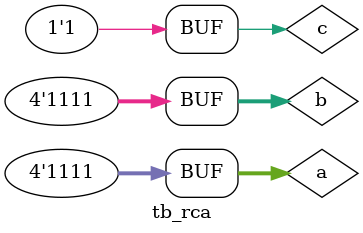
<source format=v>
`timescale 1ns / 1ps


module tb_rca( );
    wire [3:0]s; wire cout; 
    reg [3:0]a, b; reg c; 
    RCA uut(.x(a), .y(b), .ci(c), .s(s), .cout(cout)); 
    initial 
    begin 
    a = 4'b0000; b = 4'b0000; c = 1'b0;
    #10;         
    a = 4'b0000; b = 4'b0000; c = 1'b1;
    #10;
    a = 4'b0001; b = 4'b0001; c = 1'b0;
    #10;         
    a = 4'b0001; b = 4'b0001; c = 1'b1;
    #10;  
    a = 4'b0010; b = 4'b0010; c = 1'b0;
    #10;         
    a = 4'b0010; b = 4'b0010; c = 1'b1;
    #10;
    a = 4'b0011; b = 4'b0011; c = 1'b0;
    #10;         
    a = 4'b0011; b = 4'b0011; c = 1'b1;
    #10; 
    a = 4'b0100; b = 4'b0100; c = 1'b0;
    #10;         
    a = 4'b0100; b = 4'b0100; c = 1'b1;
    #10;
    a = 4'b0101; b = 4'b0101; c = 1'b0;
    #10;         
    a = 4'b0101; b = 4'b0101; c = 1'b1;
    #10;  
    a = 4'b0110; b = 4'b0110; c = 1'b0;
    #10;         
    a = 4'b0110; b = 4'b0110; c = 1'b1;
    #10;
    a = 4'b0111; b = 4'b0111; c = 1'b0;
    #10;         
    a = 4'b0111; b = 4'b0111; c = 1'b1;
    #10;    
    a = 4'b1000; b = 4'b1000; c = 1'b0;
    #10;         
    a = 4'b1000; b = 4'b1000; c = 1'b1;
    #10;
    a = 4'b1001; b = 4'b1001; c = 1'b0;
    #10;         
    a = 4'b1001; b = 4'b1001; c = 1'b1;
    #10;  
    a = 4'b1010; b = 4'b1010; c = 1'b0;
    #10;         
    a = 4'b1010; b = 4'b1010; c = 1'b1;
    #10;
    a = 4'b1011; b = 4'b1011; c = 1'b0;
    #10;         
    a = 4'b1011; b = 4'b1011; c = 1'b1;
    #10; 
    a = 4'b1100; b = 4'b1100; c = 1'b0;
    #10;         
    a = 4'b1100; b = 4'b1100; c = 1'b1;
    #10;
    a = 4'b1101; b = 4'b1101; c = 1'b0;
    #10;         
    a = 4'b1101; b = 4'b1101; c = 1'b1;
    #10;  
    a = 4'b1110; b = 4'b1110; c = 1'b0;
    #10;         
    a = 4'b1110; b = 4'b1110; c = 1'b1;
    #10;
    a = 4'b1111; b = 4'b1111; c = 1'b0;
    #10;         
    a = 4'b1111; b = 4'b1111; c = 1'b1;
       
    
    end
endmodule

</source>
